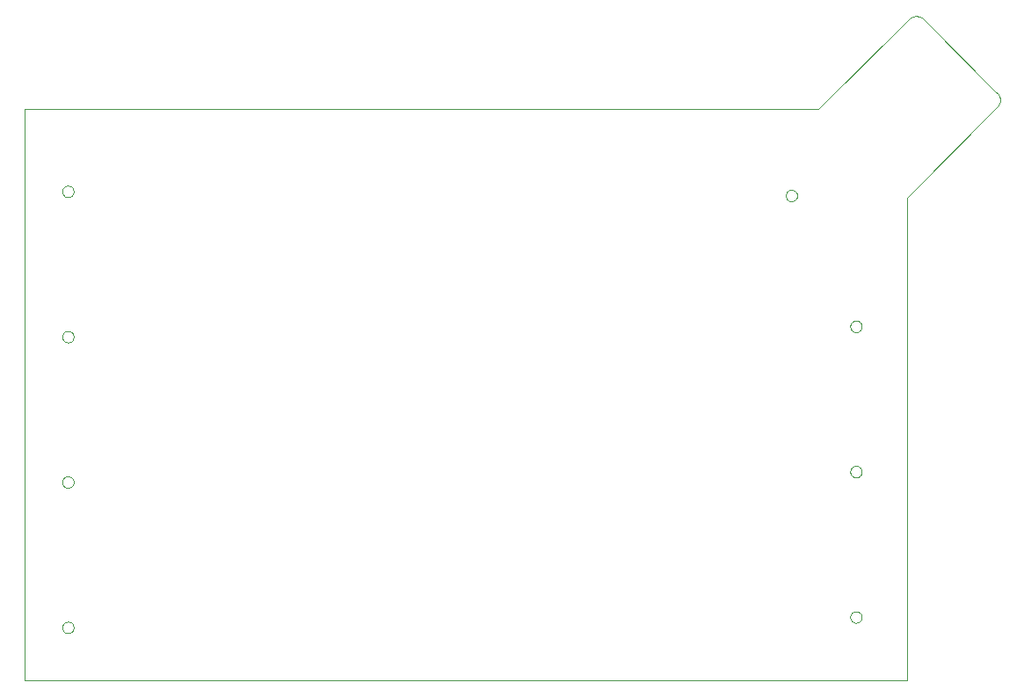
<source format=gko>
G75*
G70*
%OFA0B0*%
%FSLAX24Y24*%
%IPPOS*%
%LPD*%
%AMOC8*
5,1,8,0,0,1.08239X$1,22.5*
%
%ADD10C,0.0000*%
D10*
X018768Y019437D02*
X052232Y019437D01*
X052232Y037744D01*
X055655Y041166D01*
X055681Y041195D01*
X055704Y041226D01*
X055723Y041259D01*
X055740Y041294D01*
X055753Y041331D01*
X055762Y041368D01*
X055768Y041406D01*
X055770Y041445D01*
X055768Y041484D01*
X055762Y041522D01*
X055753Y041559D01*
X055740Y041596D01*
X055723Y041631D01*
X055704Y041664D01*
X055681Y041695D01*
X055655Y041724D01*
X055655Y041723D02*
X052865Y044513D01*
X052866Y044514D02*
X052837Y044540D01*
X052806Y044563D01*
X052773Y044582D01*
X052738Y044599D01*
X052701Y044612D01*
X052664Y044621D01*
X052626Y044627D01*
X052587Y044629D01*
X052548Y044627D01*
X052510Y044621D01*
X052473Y044612D01*
X052436Y044599D01*
X052401Y044582D01*
X052368Y044563D01*
X052337Y044540D01*
X052308Y044514D01*
X052308Y044513D02*
X048886Y041091D01*
X018768Y041091D01*
X018768Y019437D01*
X020204Y021445D02*
X020206Y021474D01*
X020212Y021502D01*
X020221Y021530D01*
X020234Y021556D01*
X020251Y021579D01*
X020270Y021601D01*
X020292Y021620D01*
X020317Y021635D01*
X020343Y021648D01*
X020371Y021656D01*
X020399Y021661D01*
X020428Y021662D01*
X020457Y021659D01*
X020485Y021652D01*
X020512Y021642D01*
X020538Y021628D01*
X020561Y021611D01*
X020582Y021591D01*
X020600Y021568D01*
X020615Y021543D01*
X020626Y021516D01*
X020634Y021488D01*
X020638Y021459D01*
X020638Y021431D01*
X020634Y021402D01*
X020626Y021374D01*
X020615Y021347D01*
X020600Y021322D01*
X020582Y021299D01*
X020561Y021279D01*
X020538Y021262D01*
X020512Y021248D01*
X020485Y021238D01*
X020457Y021231D01*
X020428Y021228D01*
X020399Y021229D01*
X020371Y021234D01*
X020343Y021242D01*
X020317Y021255D01*
X020292Y021270D01*
X020270Y021289D01*
X020251Y021311D01*
X020234Y021334D01*
X020221Y021360D01*
X020212Y021388D01*
X020206Y021416D01*
X020204Y021445D01*
X020204Y026957D02*
X020206Y026986D01*
X020212Y027014D01*
X020221Y027042D01*
X020234Y027068D01*
X020251Y027091D01*
X020270Y027113D01*
X020292Y027132D01*
X020317Y027147D01*
X020343Y027160D01*
X020371Y027168D01*
X020399Y027173D01*
X020428Y027174D01*
X020457Y027171D01*
X020485Y027164D01*
X020512Y027154D01*
X020538Y027140D01*
X020561Y027123D01*
X020582Y027103D01*
X020600Y027080D01*
X020615Y027055D01*
X020626Y027028D01*
X020634Y027000D01*
X020638Y026971D01*
X020638Y026943D01*
X020634Y026914D01*
X020626Y026886D01*
X020615Y026859D01*
X020600Y026834D01*
X020582Y026811D01*
X020561Y026791D01*
X020538Y026774D01*
X020512Y026760D01*
X020485Y026750D01*
X020457Y026743D01*
X020428Y026740D01*
X020399Y026741D01*
X020371Y026746D01*
X020343Y026754D01*
X020317Y026767D01*
X020292Y026782D01*
X020270Y026801D01*
X020251Y026823D01*
X020234Y026846D01*
X020221Y026872D01*
X020212Y026900D01*
X020206Y026928D01*
X020204Y026957D01*
X020204Y032469D02*
X020206Y032498D01*
X020212Y032526D01*
X020221Y032554D01*
X020234Y032580D01*
X020251Y032603D01*
X020270Y032625D01*
X020292Y032644D01*
X020317Y032659D01*
X020343Y032672D01*
X020371Y032680D01*
X020399Y032685D01*
X020428Y032686D01*
X020457Y032683D01*
X020485Y032676D01*
X020512Y032666D01*
X020538Y032652D01*
X020561Y032635D01*
X020582Y032615D01*
X020600Y032592D01*
X020615Y032567D01*
X020626Y032540D01*
X020634Y032512D01*
X020638Y032483D01*
X020638Y032455D01*
X020634Y032426D01*
X020626Y032398D01*
X020615Y032371D01*
X020600Y032346D01*
X020582Y032323D01*
X020561Y032303D01*
X020538Y032286D01*
X020512Y032272D01*
X020485Y032262D01*
X020457Y032255D01*
X020428Y032252D01*
X020399Y032253D01*
X020371Y032258D01*
X020343Y032266D01*
X020317Y032279D01*
X020292Y032294D01*
X020270Y032313D01*
X020251Y032335D01*
X020234Y032358D01*
X020221Y032384D01*
X020212Y032412D01*
X020206Y032440D01*
X020204Y032469D01*
X020204Y037980D02*
X020206Y038009D01*
X020212Y038037D01*
X020221Y038065D01*
X020234Y038091D01*
X020251Y038114D01*
X020270Y038136D01*
X020292Y038155D01*
X020317Y038170D01*
X020343Y038183D01*
X020371Y038191D01*
X020399Y038196D01*
X020428Y038197D01*
X020457Y038194D01*
X020485Y038187D01*
X020512Y038177D01*
X020538Y038163D01*
X020561Y038146D01*
X020582Y038126D01*
X020600Y038103D01*
X020615Y038078D01*
X020626Y038051D01*
X020634Y038023D01*
X020638Y037994D01*
X020638Y037966D01*
X020634Y037937D01*
X020626Y037909D01*
X020615Y037882D01*
X020600Y037857D01*
X020582Y037834D01*
X020561Y037814D01*
X020538Y037797D01*
X020512Y037783D01*
X020485Y037773D01*
X020457Y037766D01*
X020428Y037763D01*
X020399Y037764D01*
X020371Y037769D01*
X020343Y037777D01*
X020317Y037790D01*
X020292Y037805D01*
X020270Y037824D01*
X020251Y037846D01*
X020234Y037869D01*
X020221Y037895D01*
X020212Y037923D01*
X020206Y037951D01*
X020204Y037980D01*
X047645Y037823D02*
X047647Y037852D01*
X047653Y037880D01*
X047662Y037908D01*
X047675Y037934D01*
X047692Y037957D01*
X047711Y037979D01*
X047733Y037998D01*
X047758Y038013D01*
X047784Y038026D01*
X047812Y038034D01*
X047840Y038039D01*
X047869Y038040D01*
X047898Y038037D01*
X047926Y038030D01*
X047953Y038020D01*
X047979Y038006D01*
X048002Y037989D01*
X048023Y037969D01*
X048041Y037946D01*
X048056Y037921D01*
X048067Y037894D01*
X048075Y037866D01*
X048079Y037837D01*
X048079Y037809D01*
X048075Y037780D01*
X048067Y037752D01*
X048056Y037725D01*
X048041Y037700D01*
X048023Y037677D01*
X048002Y037657D01*
X047979Y037640D01*
X047953Y037626D01*
X047926Y037616D01*
X047898Y037609D01*
X047869Y037606D01*
X047840Y037607D01*
X047812Y037612D01*
X047784Y037620D01*
X047758Y037633D01*
X047733Y037648D01*
X047711Y037667D01*
X047692Y037689D01*
X047675Y037712D01*
X047662Y037738D01*
X047653Y037766D01*
X047647Y037794D01*
X047645Y037823D01*
X050086Y032862D02*
X050088Y032891D01*
X050094Y032919D01*
X050103Y032947D01*
X050116Y032973D01*
X050133Y032996D01*
X050152Y033018D01*
X050174Y033037D01*
X050199Y033052D01*
X050225Y033065D01*
X050253Y033073D01*
X050281Y033078D01*
X050310Y033079D01*
X050339Y033076D01*
X050367Y033069D01*
X050394Y033059D01*
X050420Y033045D01*
X050443Y033028D01*
X050464Y033008D01*
X050482Y032985D01*
X050497Y032960D01*
X050508Y032933D01*
X050516Y032905D01*
X050520Y032876D01*
X050520Y032848D01*
X050516Y032819D01*
X050508Y032791D01*
X050497Y032764D01*
X050482Y032739D01*
X050464Y032716D01*
X050443Y032696D01*
X050420Y032679D01*
X050394Y032665D01*
X050367Y032655D01*
X050339Y032648D01*
X050310Y032645D01*
X050281Y032646D01*
X050253Y032651D01*
X050225Y032659D01*
X050199Y032672D01*
X050174Y032687D01*
X050152Y032706D01*
X050133Y032728D01*
X050116Y032751D01*
X050103Y032777D01*
X050094Y032805D01*
X050088Y032833D01*
X050086Y032862D01*
X050086Y027350D02*
X050088Y027379D01*
X050094Y027407D01*
X050103Y027435D01*
X050116Y027461D01*
X050133Y027484D01*
X050152Y027506D01*
X050174Y027525D01*
X050199Y027540D01*
X050225Y027553D01*
X050253Y027561D01*
X050281Y027566D01*
X050310Y027567D01*
X050339Y027564D01*
X050367Y027557D01*
X050394Y027547D01*
X050420Y027533D01*
X050443Y027516D01*
X050464Y027496D01*
X050482Y027473D01*
X050497Y027448D01*
X050508Y027421D01*
X050516Y027393D01*
X050520Y027364D01*
X050520Y027336D01*
X050516Y027307D01*
X050508Y027279D01*
X050497Y027252D01*
X050482Y027227D01*
X050464Y027204D01*
X050443Y027184D01*
X050420Y027167D01*
X050394Y027153D01*
X050367Y027143D01*
X050339Y027136D01*
X050310Y027133D01*
X050281Y027134D01*
X050253Y027139D01*
X050225Y027147D01*
X050199Y027160D01*
X050174Y027175D01*
X050152Y027194D01*
X050133Y027216D01*
X050116Y027239D01*
X050103Y027265D01*
X050094Y027293D01*
X050088Y027321D01*
X050086Y027350D01*
X050086Y021839D02*
X050088Y021868D01*
X050094Y021896D01*
X050103Y021924D01*
X050116Y021950D01*
X050133Y021973D01*
X050152Y021995D01*
X050174Y022014D01*
X050199Y022029D01*
X050225Y022042D01*
X050253Y022050D01*
X050281Y022055D01*
X050310Y022056D01*
X050339Y022053D01*
X050367Y022046D01*
X050394Y022036D01*
X050420Y022022D01*
X050443Y022005D01*
X050464Y021985D01*
X050482Y021962D01*
X050497Y021937D01*
X050508Y021910D01*
X050516Y021882D01*
X050520Y021853D01*
X050520Y021825D01*
X050516Y021796D01*
X050508Y021768D01*
X050497Y021741D01*
X050482Y021716D01*
X050464Y021693D01*
X050443Y021673D01*
X050420Y021656D01*
X050394Y021642D01*
X050367Y021632D01*
X050339Y021625D01*
X050310Y021622D01*
X050281Y021623D01*
X050253Y021628D01*
X050225Y021636D01*
X050199Y021649D01*
X050174Y021664D01*
X050152Y021683D01*
X050133Y021705D01*
X050116Y021728D01*
X050103Y021754D01*
X050094Y021782D01*
X050088Y021810D01*
X050086Y021839D01*
M02*

</source>
